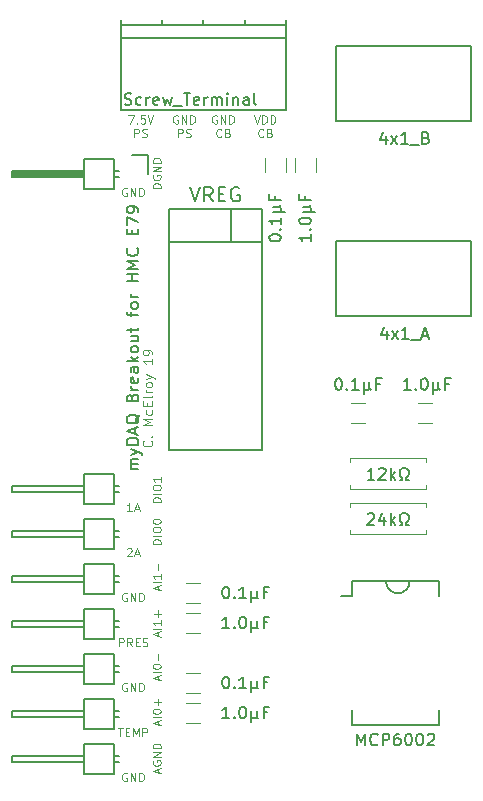
<source format=gbr>
G04 #@! TF.FileFunction,Legend,Top*
%FSLAX46Y46*%
G04 Gerber Fmt 4.6, Leading zero omitted, Abs format (unit mm)*
G04 Created by KiCad (PCBNEW 4.0.6) date Friday, June 02, 2017 'PMt' 04:09:18 PM*
%MOMM*%
%LPD*%
G01*
G04 APERTURE LIST*
%ADD10C,0.100000*%
%ADD11C,0.180000*%
%ADD12C,0.120000*%
%ADD13C,0.150000*%
G04 APERTURE END LIST*
D10*
X187610714Y-123615001D02*
X187648810Y-123653096D01*
X187686905Y-123767382D01*
X187686905Y-123843572D01*
X187648810Y-123957858D01*
X187572619Y-124034049D01*
X187496429Y-124072144D01*
X187344048Y-124110239D01*
X187229762Y-124110239D01*
X187077381Y-124072144D01*
X187001190Y-124034049D01*
X186925000Y-123957858D01*
X186886905Y-123843572D01*
X186886905Y-123767382D01*
X186925000Y-123653096D01*
X186963095Y-123615001D01*
X187610714Y-123272144D02*
X187648810Y-123234049D01*
X187686905Y-123272144D01*
X187648810Y-123310239D01*
X187610714Y-123272144D01*
X187686905Y-123272144D01*
X187686905Y-122281668D02*
X186886905Y-122281668D01*
X187458333Y-122015001D01*
X186886905Y-121748334D01*
X187686905Y-121748334D01*
X187648810Y-121024525D02*
X187686905Y-121100715D01*
X187686905Y-121253096D01*
X187648810Y-121329287D01*
X187610714Y-121367382D01*
X187534524Y-121405477D01*
X187305952Y-121405477D01*
X187229762Y-121367382D01*
X187191667Y-121329287D01*
X187153571Y-121253096D01*
X187153571Y-121100715D01*
X187191667Y-121024525D01*
X187267857Y-120681668D02*
X187267857Y-120415001D01*
X187686905Y-120300715D02*
X187686905Y-120681668D01*
X186886905Y-120681668D01*
X186886905Y-120300715D01*
X187686905Y-119843572D02*
X187648810Y-119919763D01*
X187572619Y-119957858D01*
X186886905Y-119957858D01*
X187686905Y-119538810D02*
X187153571Y-119538810D01*
X187305952Y-119538810D02*
X187229762Y-119500715D01*
X187191667Y-119462619D01*
X187153571Y-119386429D01*
X187153571Y-119310238D01*
X187686905Y-118929286D02*
X187648810Y-119005477D01*
X187610714Y-119043572D01*
X187534524Y-119081667D01*
X187305952Y-119081667D01*
X187229762Y-119043572D01*
X187191667Y-119005477D01*
X187153571Y-118929286D01*
X187153571Y-118815000D01*
X187191667Y-118738810D01*
X187229762Y-118700715D01*
X187305952Y-118662619D01*
X187534524Y-118662619D01*
X187610714Y-118700715D01*
X187648810Y-118738810D01*
X187686905Y-118815000D01*
X187686905Y-118929286D01*
X187153571Y-118395952D02*
X187686905Y-118205476D01*
X187153571Y-118015000D02*
X187686905Y-118205476D01*
X187877381Y-118281667D01*
X187915476Y-118319762D01*
X187953571Y-118395952D01*
X187686905Y-116681666D02*
X187686905Y-117138809D01*
X187686905Y-116910238D02*
X186886905Y-116910238D01*
X187001190Y-116986428D01*
X187077381Y-117062619D01*
X187115476Y-117138809D01*
X187686905Y-116300714D02*
X187686905Y-116148333D01*
X187648810Y-116072142D01*
X187610714Y-116034047D01*
X187496429Y-115957856D01*
X187344048Y-115919761D01*
X187039286Y-115919761D01*
X186963095Y-115957856D01*
X186925000Y-115995952D01*
X186886905Y-116072142D01*
X186886905Y-116224523D01*
X186925000Y-116300714D01*
X186963095Y-116338809D01*
X187039286Y-116376904D01*
X187229762Y-116376904D01*
X187305952Y-116338809D01*
X187344048Y-116300714D01*
X187382143Y-116224523D01*
X187382143Y-116072142D01*
X187344048Y-115995952D01*
X187305952Y-115957856D01*
X187229762Y-115919761D01*
D11*
X186507381Y-126054049D02*
X185840714Y-126054049D01*
X185935952Y-126054049D02*
X185888333Y-126006430D01*
X185840714Y-125911192D01*
X185840714Y-125768334D01*
X185888333Y-125673096D01*
X185983571Y-125625477D01*
X186507381Y-125625477D01*
X185983571Y-125625477D02*
X185888333Y-125577858D01*
X185840714Y-125482620D01*
X185840714Y-125339763D01*
X185888333Y-125244525D01*
X185983571Y-125196906D01*
X186507381Y-125196906D01*
X185840714Y-124815954D02*
X186507381Y-124577859D01*
X185840714Y-124339763D02*
X186507381Y-124577859D01*
X186745476Y-124673097D01*
X186793095Y-124720716D01*
X186840714Y-124815954D01*
X186507381Y-123958811D02*
X185507381Y-123958811D01*
X185507381Y-123720716D01*
X185555000Y-123577858D01*
X185650238Y-123482620D01*
X185745476Y-123435001D01*
X185935952Y-123387382D01*
X186078810Y-123387382D01*
X186269286Y-123435001D01*
X186364524Y-123482620D01*
X186459762Y-123577858D01*
X186507381Y-123720716D01*
X186507381Y-123958811D01*
X186221667Y-123006430D02*
X186221667Y-122530239D01*
X186507381Y-123101668D02*
X185507381Y-122768335D01*
X186507381Y-122435001D01*
X186602619Y-121435001D02*
X186555000Y-121530239D01*
X186459762Y-121625477D01*
X186316905Y-121768334D01*
X186269286Y-121863573D01*
X186269286Y-121958811D01*
X186507381Y-121911192D02*
X186459762Y-122006430D01*
X186364524Y-122101668D01*
X186174048Y-122149287D01*
X185840714Y-122149287D01*
X185650238Y-122101668D01*
X185555000Y-122006430D01*
X185507381Y-121911192D01*
X185507381Y-121720715D01*
X185555000Y-121625477D01*
X185650238Y-121530239D01*
X185840714Y-121482620D01*
X186174048Y-121482620D01*
X186364524Y-121530239D01*
X186459762Y-121625477D01*
X186507381Y-121720715D01*
X186507381Y-121911192D01*
X185983571Y-119958810D02*
X186031190Y-119815953D01*
X186078810Y-119768334D01*
X186174048Y-119720715D01*
X186316905Y-119720715D01*
X186412143Y-119768334D01*
X186459762Y-119815953D01*
X186507381Y-119911191D01*
X186507381Y-120292144D01*
X185507381Y-120292144D01*
X185507381Y-119958810D01*
X185555000Y-119863572D01*
X185602619Y-119815953D01*
X185697857Y-119768334D01*
X185793095Y-119768334D01*
X185888333Y-119815953D01*
X185935952Y-119863572D01*
X185983571Y-119958810D01*
X185983571Y-120292144D01*
X186507381Y-119292144D02*
X185840714Y-119292144D01*
X186031190Y-119292144D02*
X185935952Y-119244525D01*
X185888333Y-119196906D01*
X185840714Y-119101668D01*
X185840714Y-119006429D01*
X186459762Y-118292143D02*
X186507381Y-118387381D01*
X186507381Y-118577858D01*
X186459762Y-118673096D01*
X186364524Y-118720715D01*
X185983571Y-118720715D01*
X185888333Y-118673096D01*
X185840714Y-118577858D01*
X185840714Y-118387381D01*
X185888333Y-118292143D01*
X185983571Y-118244524D01*
X186078810Y-118244524D01*
X186174048Y-118720715D01*
X186507381Y-117387381D02*
X185983571Y-117387381D01*
X185888333Y-117435000D01*
X185840714Y-117530238D01*
X185840714Y-117720715D01*
X185888333Y-117815953D01*
X186459762Y-117387381D02*
X186507381Y-117482619D01*
X186507381Y-117720715D01*
X186459762Y-117815953D01*
X186364524Y-117863572D01*
X186269286Y-117863572D01*
X186174048Y-117815953D01*
X186126429Y-117720715D01*
X186126429Y-117482619D01*
X186078810Y-117387381D01*
X186507381Y-116911191D02*
X185507381Y-116911191D01*
X186126429Y-116815953D02*
X186507381Y-116530238D01*
X185840714Y-116530238D02*
X186221667Y-116911191D01*
X186507381Y-115958810D02*
X186459762Y-116054048D01*
X186412143Y-116101667D01*
X186316905Y-116149286D01*
X186031190Y-116149286D01*
X185935952Y-116101667D01*
X185888333Y-116054048D01*
X185840714Y-115958810D01*
X185840714Y-115815952D01*
X185888333Y-115720714D01*
X185935952Y-115673095D01*
X186031190Y-115625476D01*
X186316905Y-115625476D01*
X186412143Y-115673095D01*
X186459762Y-115720714D01*
X186507381Y-115815952D01*
X186507381Y-115958810D01*
X185840714Y-114768333D02*
X186507381Y-114768333D01*
X185840714Y-115196905D02*
X186364524Y-115196905D01*
X186459762Y-115149286D01*
X186507381Y-115054048D01*
X186507381Y-114911190D01*
X186459762Y-114815952D01*
X186412143Y-114768333D01*
X185840714Y-114435000D02*
X185840714Y-114054048D01*
X185507381Y-114292143D02*
X186364524Y-114292143D01*
X186459762Y-114244524D01*
X186507381Y-114149286D01*
X186507381Y-114054048D01*
X185840714Y-113101666D02*
X185840714Y-112720714D01*
X186507381Y-112958809D02*
X185650238Y-112958809D01*
X185555000Y-112911190D01*
X185507381Y-112815952D01*
X185507381Y-112720714D01*
X186507381Y-112244523D02*
X186459762Y-112339761D01*
X186412143Y-112387380D01*
X186316905Y-112434999D01*
X186031190Y-112434999D01*
X185935952Y-112387380D01*
X185888333Y-112339761D01*
X185840714Y-112244523D01*
X185840714Y-112101665D01*
X185888333Y-112006427D01*
X185935952Y-111958808D01*
X186031190Y-111911189D01*
X186316905Y-111911189D01*
X186412143Y-111958808D01*
X186459762Y-112006427D01*
X186507381Y-112101665D01*
X186507381Y-112244523D01*
X186507381Y-111482618D02*
X185840714Y-111482618D01*
X186031190Y-111482618D02*
X185935952Y-111434999D01*
X185888333Y-111387380D01*
X185840714Y-111292142D01*
X185840714Y-111196903D01*
X186507381Y-110101665D02*
X185507381Y-110101665D01*
X185983571Y-110101665D02*
X185983571Y-109530236D01*
X186507381Y-109530236D02*
X185507381Y-109530236D01*
X186507381Y-109054046D02*
X185507381Y-109054046D01*
X186221667Y-108720712D01*
X185507381Y-108387379D01*
X186507381Y-108387379D01*
X186412143Y-107339760D02*
X186459762Y-107387379D01*
X186507381Y-107530236D01*
X186507381Y-107625474D01*
X186459762Y-107768332D01*
X186364524Y-107863570D01*
X186269286Y-107911189D01*
X186078810Y-107958808D01*
X185935952Y-107958808D01*
X185745476Y-107911189D01*
X185650238Y-107863570D01*
X185555000Y-107768332D01*
X185507381Y-107625474D01*
X185507381Y-107530236D01*
X185555000Y-107387379D01*
X185602619Y-107339760D01*
X185983571Y-106149284D02*
X185983571Y-105815950D01*
X186507381Y-105673093D02*
X186507381Y-106149284D01*
X185507381Y-106149284D01*
X185507381Y-105673093D01*
X185507381Y-105339760D02*
X185507381Y-104673093D01*
X186507381Y-105101665D01*
X186507381Y-104244522D02*
X186507381Y-104054046D01*
X186459762Y-103958807D01*
X186412143Y-103911188D01*
X186269286Y-103815950D01*
X186078810Y-103768331D01*
X185697857Y-103768331D01*
X185602619Y-103815950D01*
X185555000Y-103863569D01*
X185507381Y-103958807D01*
X185507381Y-104149284D01*
X185555000Y-104244522D01*
X185602619Y-104292141D01*
X185697857Y-104339760D01*
X185935952Y-104339760D01*
X186031190Y-104292141D01*
X186078810Y-104244522D01*
X186126429Y-104149284D01*
X186126429Y-103958807D01*
X186078810Y-103863569D01*
X186031190Y-103815950D01*
X185935952Y-103768331D01*
D10*
X196297667Y-96069667D02*
X196531000Y-96769667D01*
X196764333Y-96069667D01*
X196997667Y-96769667D02*
X196997667Y-96069667D01*
X197164333Y-96069667D01*
X197264333Y-96103000D01*
X197331000Y-96169667D01*
X197364333Y-96236333D01*
X197397667Y-96369667D01*
X197397667Y-96469667D01*
X197364333Y-96603000D01*
X197331000Y-96669667D01*
X197264333Y-96736333D01*
X197164333Y-96769667D01*
X196997667Y-96769667D01*
X197697667Y-96769667D02*
X197697667Y-96069667D01*
X197864333Y-96069667D01*
X197964333Y-96103000D01*
X198031000Y-96169667D01*
X198064333Y-96236333D01*
X198097667Y-96369667D01*
X198097667Y-96469667D01*
X198064333Y-96603000D01*
X198031000Y-96669667D01*
X197964333Y-96736333D01*
X197864333Y-96769667D01*
X197697667Y-96769667D01*
X197097667Y-97853000D02*
X197064333Y-97886333D01*
X196964333Y-97919667D01*
X196897667Y-97919667D01*
X196797667Y-97886333D01*
X196731000Y-97819667D01*
X196697667Y-97753000D01*
X196664333Y-97619667D01*
X196664333Y-97519667D01*
X196697667Y-97386333D01*
X196731000Y-97319667D01*
X196797667Y-97253000D01*
X196897667Y-97219667D01*
X196964333Y-97219667D01*
X197064333Y-97253000D01*
X197097667Y-97286333D01*
X197631000Y-97553000D02*
X197731000Y-97586333D01*
X197764333Y-97619667D01*
X197797667Y-97686333D01*
X197797667Y-97786333D01*
X197764333Y-97853000D01*
X197731000Y-97886333D01*
X197664333Y-97919667D01*
X197397667Y-97919667D01*
X197397667Y-97219667D01*
X197631000Y-97219667D01*
X197697667Y-97253000D01*
X197731000Y-97286333D01*
X197764333Y-97353000D01*
X197764333Y-97419667D01*
X197731000Y-97486333D01*
X197697667Y-97519667D01*
X197631000Y-97553000D01*
X197397667Y-97553000D01*
X193141667Y-96103000D02*
X193075001Y-96069667D01*
X192975001Y-96069667D01*
X192875001Y-96103000D01*
X192808334Y-96169667D01*
X192775001Y-96236333D01*
X192741667Y-96369667D01*
X192741667Y-96469667D01*
X192775001Y-96603000D01*
X192808334Y-96669667D01*
X192875001Y-96736333D01*
X192975001Y-96769667D01*
X193041667Y-96769667D01*
X193141667Y-96736333D01*
X193175001Y-96703000D01*
X193175001Y-96469667D01*
X193041667Y-96469667D01*
X193475001Y-96769667D02*
X193475001Y-96069667D01*
X193875001Y-96769667D01*
X193875001Y-96069667D01*
X194208334Y-96769667D02*
X194208334Y-96069667D01*
X194375000Y-96069667D01*
X194475000Y-96103000D01*
X194541667Y-96169667D01*
X194575000Y-96236333D01*
X194608334Y-96369667D01*
X194608334Y-96469667D01*
X194575000Y-96603000D01*
X194541667Y-96669667D01*
X194475000Y-96736333D01*
X194375000Y-96769667D01*
X194208334Y-96769667D01*
X193541667Y-97853000D02*
X193508333Y-97886333D01*
X193408333Y-97919667D01*
X193341667Y-97919667D01*
X193241667Y-97886333D01*
X193175000Y-97819667D01*
X193141667Y-97753000D01*
X193108333Y-97619667D01*
X193108333Y-97519667D01*
X193141667Y-97386333D01*
X193175000Y-97319667D01*
X193241667Y-97253000D01*
X193341667Y-97219667D01*
X193408333Y-97219667D01*
X193508333Y-97253000D01*
X193541667Y-97286333D01*
X194075000Y-97553000D02*
X194175000Y-97586333D01*
X194208333Y-97619667D01*
X194241667Y-97686333D01*
X194241667Y-97786333D01*
X194208333Y-97853000D01*
X194175000Y-97886333D01*
X194108333Y-97919667D01*
X193841667Y-97919667D01*
X193841667Y-97219667D01*
X194075000Y-97219667D01*
X194141667Y-97253000D01*
X194175000Y-97286333D01*
X194208333Y-97353000D01*
X194208333Y-97419667D01*
X194175000Y-97486333D01*
X194141667Y-97519667D01*
X194075000Y-97553000D01*
X193841667Y-97553000D01*
X189839667Y-96103000D02*
X189773001Y-96069667D01*
X189673001Y-96069667D01*
X189573001Y-96103000D01*
X189506334Y-96169667D01*
X189473001Y-96236333D01*
X189439667Y-96369667D01*
X189439667Y-96469667D01*
X189473001Y-96603000D01*
X189506334Y-96669667D01*
X189573001Y-96736333D01*
X189673001Y-96769667D01*
X189739667Y-96769667D01*
X189839667Y-96736333D01*
X189873001Y-96703000D01*
X189873001Y-96469667D01*
X189739667Y-96469667D01*
X190173001Y-96769667D02*
X190173001Y-96069667D01*
X190573001Y-96769667D01*
X190573001Y-96069667D01*
X190906334Y-96769667D02*
X190906334Y-96069667D01*
X191073000Y-96069667D01*
X191173000Y-96103000D01*
X191239667Y-96169667D01*
X191273000Y-96236333D01*
X191306334Y-96369667D01*
X191306334Y-96469667D01*
X191273000Y-96603000D01*
X191239667Y-96669667D01*
X191173000Y-96736333D01*
X191073000Y-96769667D01*
X190906334Y-96769667D01*
X189856334Y-97919667D02*
X189856334Y-97219667D01*
X190123000Y-97219667D01*
X190189667Y-97253000D01*
X190223000Y-97286333D01*
X190256334Y-97353000D01*
X190256334Y-97453000D01*
X190223000Y-97519667D01*
X190189667Y-97553000D01*
X190123000Y-97586333D01*
X189856334Y-97586333D01*
X190523000Y-97886333D02*
X190623000Y-97919667D01*
X190789667Y-97919667D01*
X190856334Y-97886333D01*
X190889667Y-97853000D01*
X190923000Y-97786333D01*
X190923000Y-97719667D01*
X190889667Y-97653000D01*
X190856334Y-97619667D01*
X190789667Y-97586333D01*
X190656334Y-97553000D01*
X190589667Y-97519667D01*
X190556334Y-97486333D01*
X190523000Y-97419667D01*
X190523000Y-97353000D01*
X190556334Y-97286333D01*
X190589667Y-97253000D01*
X190656334Y-97219667D01*
X190823000Y-97219667D01*
X190923000Y-97253000D01*
X185656667Y-96069667D02*
X186123334Y-96069667D01*
X185823334Y-96769667D01*
X186390001Y-96703000D02*
X186423334Y-96736333D01*
X186390001Y-96769667D01*
X186356667Y-96736333D01*
X186390001Y-96703000D01*
X186390001Y-96769667D01*
X187056667Y-96069667D02*
X186723334Y-96069667D01*
X186690000Y-96403000D01*
X186723334Y-96369667D01*
X186790000Y-96336333D01*
X186956667Y-96336333D01*
X187023334Y-96369667D01*
X187056667Y-96403000D01*
X187090000Y-96469667D01*
X187090000Y-96636333D01*
X187056667Y-96703000D01*
X187023334Y-96736333D01*
X186956667Y-96769667D01*
X186790000Y-96769667D01*
X186723334Y-96736333D01*
X186690000Y-96703000D01*
X187290001Y-96069667D02*
X187523334Y-96769667D01*
X187756667Y-96069667D01*
X186173334Y-97919667D02*
X186173334Y-97219667D01*
X186440000Y-97219667D01*
X186506667Y-97253000D01*
X186540000Y-97286333D01*
X186573334Y-97353000D01*
X186573334Y-97453000D01*
X186540000Y-97519667D01*
X186506667Y-97553000D01*
X186440000Y-97586333D01*
X186173334Y-97586333D01*
X186840000Y-97886333D02*
X186940000Y-97919667D01*
X187106667Y-97919667D01*
X187173334Y-97886333D01*
X187206667Y-97853000D01*
X187240000Y-97786333D01*
X187240000Y-97719667D01*
X187206667Y-97653000D01*
X187173334Y-97619667D01*
X187106667Y-97586333D01*
X186973334Y-97553000D01*
X186906667Y-97519667D01*
X186873334Y-97486333D01*
X186840000Y-97419667D01*
X186840000Y-97353000D01*
X186873334Y-97286333D01*
X186906667Y-97253000D01*
X186973334Y-97219667D01*
X187140000Y-97219667D01*
X187240000Y-97253000D01*
X188403667Y-102214999D02*
X187703667Y-102214999D01*
X187703667Y-102048333D01*
X187737000Y-101948333D01*
X187803667Y-101881666D01*
X187870333Y-101848333D01*
X188003667Y-101814999D01*
X188103667Y-101814999D01*
X188237000Y-101848333D01*
X188303667Y-101881666D01*
X188370333Y-101948333D01*
X188403667Y-102048333D01*
X188403667Y-102214999D01*
X187737000Y-101148333D02*
X187703667Y-101214999D01*
X187703667Y-101314999D01*
X187737000Y-101414999D01*
X187803667Y-101481666D01*
X187870333Y-101514999D01*
X188003667Y-101548333D01*
X188103667Y-101548333D01*
X188237000Y-101514999D01*
X188303667Y-101481666D01*
X188370333Y-101414999D01*
X188403667Y-101314999D01*
X188403667Y-101248333D01*
X188370333Y-101148333D01*
X188337000Y-101114999D01*
X188103667Y-101114999D01*
X188103667Y-101248333D01*
X188403667Y-100814999D02*
X187703667Y-100814999D01*
X188403667Y-100414999D01*
X187703667Y-100414999D01*
X188403667Y-100081666D02*
X187703667Y-100081666D01*
X187703667Y-99915000D01*
X187737000Y-99815000D01*
X187803667Y-99748333D01*
X187870333Y-99715000D01*
X188003667Y-99681666D01*
X188103667Y-99681666D01*
X188237000Y-99715000D01*
X188303667Y-99748333D01*
X188370333Y-99815000D01*
X188403667Y-99915000D01*
X188403667Y-100081666D01*
X188403667Y-128811999D02*
X187703667Y-128811999D01*
X187703667Y-128645333D01*
X187737000Y-128545333D01*
X187803667Y-128478666D01*
X187870333Y-128445333D01*
X188003667Y-128411999D01*
X188103667Y-128411999D01*
X188237000Y-128445333D01*
X188303667Y-128478666D01*
X188370333Y-128545333D01*
X188403667Y-128645333D01*
X188403667Y-128811999D01*
X188403667Y-128111999D02*
X187703667Y-128111999D01*
X187703667Y-127645333D02*
X187703667Y-127512000D01*
X187737000Y-127445333D01*
X187803667Y-127378666D01*
X187937000Y-127345333D01*
X188170333Y-127345333D01*
X188303667Y-127378666D01*
X188370333Y-127445333D01*
X188403667Y-127512000D01*
X188403667Y-127645333D01*
X188370333Y-127712000D01*
X188303667Y-127778666D01*
X188170333Y-127812000D01*
X187937000Y-127812000D01*
X187803667Y-127778666D01*
X187737000Y-127712000D01*
X187703667Y-127645333D01*
X188403667Y-126678667D02*
X188403667Y-127078667D01*
X188403667Y-126878667D02*
X187703667Y-126878667D01*
X187803667Y-126945333D01*
X187870333Y-127012000D01*
X187903667Y-127078667D01*
X188403667Y-132367999D02*
X187703667Y-132367999D01*
X187703667Y-132201333D01*
X187737000Y-132101333D01*
X187803667Y-132034666D01*
X187870333Y-132001333D01*
X188003667Y-131967999D01*
X188103667Y-131967999D01*
X188237000Y-132001333D01*
X188303667Y-132034666D01*
X188370333Y-132101333D01*
X188403667Y-132201333D01*
X188403667Y-132367999D01*
X188403667Y-131667999D02*
X187703667Y-131667999D01*
X187703667Y-131201333D02*
X187703667Y-131068000D01*
X187737000Y-131001333D01*
X187803667Y-130934666D01*
X187937000Y-130901333D01*
X188170333Y-130901333D01*
X188303667Y-130934666D01*
X188370333Y-131001333D01*
X188403667Y-131068000D01*
X188403667Y-131201333D01*
X188370333Y-131268000D01*
X188303667Y-131334666D01*
X188170333Y-131368000D01*
X187937000Y-131368000D01*
X187803667Y-131334666D01*
X187737000Y-131268000D01*
X187703667Y-131201333D01*
X187703667Y-130468000D02*
X187703667Y-130401333D01*
X187737000Y-130334667D01*
X187770333Y-130301333D01*
X187837000Y-130268000D01*
X187970333Y-130234667D01*
X188137000Y-130234667D01*
X188270333Y-130268000D01*
X188337000Y-130301333D01*
X188370333Y-130334667D01*
X188403667Y-130401333D01*
X188403667Y-130468000D01*
X188370333Y-130534667D01*
X188337000Y-130568000D01*
X188270333Y-130601333D01*
X188137000Y-130634667D01*
X187970333Y-130634667D01*
X187837000Y-130601333D01*
X187770333Y-130568000D01*
X187737000Y-130534667D01*
X187703667Y-130468000D01*
X188203667Y-136228000D02*
X188203667Y-135894666D01*
X188403667Y-136294666D02*
X187703667Y-136061333D01*
X188403667Y-135828000D01*
X188403667Y-135594666D02*
X187703667Y-135594666D01*
X188403667Y-134894667D02*
X188403667Y-135294667D01*
X188403667Y-135094667D02*
X187703667Y-135094667D01*
X187803667Y-135161333D01*
X187870333Y-135228000D01*
X187903667Y-135294667D01*
X188137000Y-134594666D02*
X188137000Y-134061333D01*
X188203667Y-140165000D02*
X188203667Y-139831666D01*
X188403667Y-140231666D02*
X187703667Y-139998333D01*
X188403667Y-139765000D01*
X188403667Y-139531666D02*
X187703667Y-139531666D01*
X188403667Y-138831667D02*
X188403667Y-139231667D01*
X188403667Y-139031667D02*
X187703667Y-139031667D01*
X187803667Y-139098333D01*
X187870333Y-139165000D01*
X187903667Y-139231667D01*
X188137000Y-138531666D02*
X188137000Y-137998333D01*
X188403667Y-138265000D02*
X187870333Y-138265000D01*
X188203667Y-143848000D02*
X188203667Y-143514666D01*
X188403667Y-143914666D02*
X187703667Y-143681333D01*
X188403667Y-143448000D01*
X188403667Y-143214666D02*
X187703667Y-143214666D01*
X187703667Y-142748000D02*
X187703667Y-142681333D01*
X187737000Y-142614667D01*
X187770333Y-142581333D01*
X187837000Y-142548000D01*
X187970333Y-142514667D01*
X188137000Y-142514667D01*
X188270333Y-142548000D01*
X188337000Y-142581333D01*
X188370333Y-142614667D01*
X188403667Y-142681333D01*
X188403667Y-142748000D01*
X188370333Y-142814667D01*
X188337000Y-142848000D01*
X188270333Y-142881333D01*
X188137000Y-142914667D01*
X187970333Y-142914667D01*
X187837000Y-142881333D01*
X187770333Y-142848000D01*
X187737000Y-142814667D01*
X187703667Y-142748000D01*
X188137000Y-142214666D02*
X188137000Y-141681333D01*
X188203667Y-147658000D02*
X188203667Y-147324666D01*
X188403667Y-147724666D02*
X187703667Y-147491333D01*
X188403667Y-147258000D01*
X188403667Y-147024666D02*
X187703667Y-147024666D01*
X187703667Y-146558000D02*
X187703667Y-146491333D01*
X187737000Y-146424667D01*
X187770333Y-146391333D01*
X187837000Y-146358000D01*
X187970333Y-146324667D01*
X188137000Y-146324667D01*
X188270333Y-146358000D01*
X188337000Y-146391333D01*
X188370333Y-146424667D01*
X188403667Y-146491333D01*
X188403667Y-146558000D01*
X188370333Y-146624667D01*
X188337000Y-146658000D01*
X188270333Y-146691333D01*
X188137000Y-146724667D01*
X187970333Y-146724667D01*
X187837000Y-146691333D01*
X187770333Y-146658000D01*
X187737000Y-146624667D01*
X187703667Y-146558000D01*
X188137000Y-146024666D02*
X188137000Y-145491333D01*
X188403667Y-145758000D02*
X187870333Y-145758000D01*
X188203667Y-151728333D02*
X188203667Y-151394999D01*
X188403667Y-151794999D02*
X187703667Y-151561666D01*
X188403667Y-151328333D01*
X187737000Y-150728333D02*
X187703667Y-150794999D01*
X187703667Y-150894999D01*
X187737000Y-150994999D01*
X187803667Y-151061666D01*
X187870333Y-151094999D01*
X188003667Y-151128333D01*
X188103667Y-151128333D01*
X188237000Y-151094999D01*
X188303667Y-151061666D01*
X188370333Y-150994999D01*
X188403667Y-150894999D01*
X188403667Y-150828333D01*
X188370333Y-150728333D01*
X188337000Y-150694999D01*
X188103667Y-150694999D01*
X188103667Y-150828333D01*
X188403667Y-150394999D02*
X187703667Y-150394999D01*
X188403667Y-149994999D01*
X187703667Y-149994999D01*
X188403667Y-149661666D02*
X187703667Y-149661666D01*
X187703667Y-149495000D01*
X187737000Y-149395000D01*
X187803667Y-149328333D01*
X187870333Y-149295000D01*
X188003667Y-149261666D01*
X188103667Y-149261666D01*
X188237000Y-149295000D01*
X188303667Y-149328333D01*
X188370333Y-149395000D01*
X188403667Y-149495000D01*
X188403667Y-149661666D01*
X185955000Y-129602667D02*
X185555000Y-129602667D01*
X185755000Y-129602667D02*
X185755000Y-128902667D01*
X185688334Y-129002667D01*
X185621667Y-129069333D01*
X185555000Y-129102667D01*
X186221667Y-129402667D02*
X186555001Y-129402667D01*
X186155001Y-129602667D02*
X186388334Y-128902667D01*
X186621667Y-129602667D01*
X185555000Y-132779333D02*
X185588334Y-132746000D01*
X185655000Y-132712667D01*
X185821667Y-132712667D01*
X185888334Y-132746000D01*
X185921667Y-132779333D01*
X185955000Y-132846000D01*
X185955000Y-132912667D01*
X185921667Y-133012667D01*
X185521667Y-133412667D01*
X185955000Y-133412667D01*
X186221667Y-133212667D02*
X186555001Y-133212667D01*
X186155001Y-133412667D02*
X186388334Y-132712667D01*
X186621667Y-133412667D01*
X185521667Y-102266000D02*
X185455001Y-102232667D01*
X185355001Y-102232667D01*
X185255001Y-102266000D01*
X185188334Y-102332667D01*
X185155001Y-102399333D01*
X185121667Y-102532667D01*
X185121667Y-102632667D01*
X185155001Y-102766000D01*
X185188334Y-102832667D01*
X185255001Y-102899333D01*
X185355001Y-102932667D01*
X185421667Y-102932667D01*
X185521667Y-102899333D01*
X185555001Y-102866000D01*
X185555001Y-102632667D01*
X185421667Y-102632667D01*
X185855001Y-102932667D02*
X185855001Y-102232667D01*
X186255001Y-102932667D01*
X186255001Y-102232667D01*
X186588334Y-102932667D02*
X186588334Y-102232667D01*
X186755000Y-102232667D01*
X186855000Y-102266000D01*
X186921667Y-102332667D01*
X186955000Y-102399333D01*
X186988334Y-102532667D01*
X186988334Y-102632667D01*
X186955000Y-102766000D01*
X186921667Y-102832667D01*
X186855000Y-102899333D01*
X186755000Y-102932667D01*
X186588334Y-102932667D01*
X185521667Y-136556000D02*
X185455001Y-136522667D01*
X185355001Y-136522667D01*
X185255001Y-136556000D01*
X185188334Y-136622667D01*
X185155001Y-136689333D01*
X185121667Y-136822667D01*
X185121667Y-136922667D01*
X185155001Y-137056000D01*
X185188334Y-137122667D01*
X185255001Y-137189333D01*
X185355001Y-137222667D01*
X185421667Y-137222667D01*
X185521667Y-137189333D01*
X185555001Y-137156000D01*
X185555001Y-136922667D01*
X185421667Y-136922667D01*
X185855001Y-137222667D02*
X185855001Y-136522667D01*
X186255001Y-137222667D01*
X186255001Y-136522667D01*
X186588334Y-137222667D02*
X186588334Y-136522667D01*
X186755000Y-136522667D01*
X186855000Y-136556000D01*
X186921667Y-136622667D01*
X186955000Y-136689333D01*
X186988334Y-136822667D01*
X186988334Y-136922667D01*
X186955000Y-137056000D01*
X186921667Y-137122667D01*
X186855000Y-137189333D01*
X186755000Y-137222667D01*
X186588334Y-137222667D01*
X185521667Y-144176000D02*
X185455001Y-144142667D01*
X185355001Y-144142667D01*
X185255001Y-144176000D01*
X185188334Y-144242667D01*
X185155001Y-144309333D01*
X185121667Y-144442667D01*
X185121667Y-144542667D01*
X185155001Y-144676000D01*
X185188334Y-144742667D01*
X185255001Y-144809333D01*
X185355001Y-144842667D01*
X185421667Y-144842667D01*
X185521667Y-144809333D01*
X185555001Y-144776000D01*
X185555001Y-144542667D01*
X185421667Y-144542667D01*
X185855001Y-144842667D02*
X185855001Y-144142667D01*
X186255001Y-144842667D01*
X186255001Y-144142667D01*
X186588334Y-144842667D02*
X186588334Y-144142667D01*
X186755000Y-144142667D01*
X186855000Y-144176000D01*
X186921667Y-144242667D01*
X186955000Y-144309333D01*
X186988334Y-144442667D01*
X186988334Y-144542667D01*
X186955000Y-144676000D01*
X186921667Y-144742667D01*
X186855000Y-144809333D01*
X186755000Y-144842667D01*
X186588334Y-144842667D01*
X184871667Y-141032667D02*
X184871667Y-140332667D01*
X185138333Y-140332667D01*
X185205000Y-140366000D01*
X185238333Y-140399333D01*
X185271667Y-140466000D01*
X185271667Y-140566000D01*
X185238333Y-140632667D01*
X185205000Y-140666000D01*
X185138333Y-140699333D01*
X184871667Y-140699333D01*
X185971667Y-141032667D02*
X185738333Y-140699333D01*
X185571667Y-141032667D02*
X185571667Y-140332667D01*
X185838333Y-140332667D01*
X185905000Y-140366000D01*
X185938333Y-140399333D01*
X185971667Y-140466000D01*
X185971667Y-140566000D01*
X185938333Y-140632667D01*
X185905000Y-140666000D01*
X185838333Y-140699333D01*
X185571667Y-140699333D01*
X186271667Y-140666000D02*
X186505000Y-140666000D01*
X186605000Y-141032667D02*
X186271667Y-141032667D01*
X186271667Y-140332667D01*
X186605000Y-140332667D01*
X186871666Y-140999333D02*
X186971666Y-141032667D01*
X187138333Y-141032667D01*
X187205000Y-140999333D01*
X187238333Y-140966000D01*
X187271666Y-140899333D01*
X187271666Y-140832667D01*
X187238333Y-140766000D01*
X187205000Y-140732667D01*
X187138333Y-140699333D01*
X187005000Y-140666000D01*
X186938333Y-140632667D01*
X186905000Y-140599333D01*
X186871666Y-140532667D01*
X186871666Y-140466000D01*
X186905000Y-140399333D01*
X186938333Y-140366000D01*
X187005000Y-140332667D01*
X187171666Y-140332667D01*
X187271666Y-140366000D01*
X184788334Y-147952667D02*
X185188334Y-147952667D01*
X184988334Y-148652667D02*
X184988334Y-147952667D01*
X185421667Y-148286000D02*
X185655000Y-148286000D01*
X185755000Y-148652667D02*
X185421667Y-148652667D01*
X185421667Y-147952667D01*
X185755000Y-147952667D01*
X186055000Y-148652667D02*
X186055000Y-147952667D01*
X186288333Y-148452667D01*
X186521666Y-147952667D01*
X186521666Y-148652667D01*
X186855000Y-148652667D02*
X186855000Y-147952667D01*
X187121666Y-147952667D01*
X187188333Y-147986000D01*
X187221666Y-148019333D01*
X187255000Y-148086000D01*
X187255000Y-148186000D01*
X187221666Y-148252667D01*
X187188333Y-148286000D01*
X187121666Y-148319333D01*
X186855000Y-148319333D01*
X185521667Y-151796000D02*
X185455001Y-151762667D01*
X185355001Y-151762667D01*
X185255001Y-151796000D01*
X185188334Y-151862667D01*
X185155001Y-151929333D01*
X185121667Y-152062667D01*
X185121667Y-152162667D01*
X185155001Y-152296000D01*
X185188334Y-152362667D01*
X185255001Y-152429333D01*
X185355001Y-152462667D01*
X185421667Y-152462667D01*
X185521667Y-152429333D01*
X185555001Y-152396000D01*
X185555001Y-152162667D01*
X185421667Y-152162667D01*
X185855001Y-152462667D02*
X185855001Y-151762667D01*
X186255001Y-152462667D01*
X186255001Y-151762667D01*
X186588334Y-152462667D02*
X186588334Y-151762667D01*
X186755000Y-151762667D01*
X186855000Y-151796000D01*
X186921667Y-151862667D01*
X186955000Y-151929333D01*
X186988334Y-152062667D01*
X186988334Y-152162667D01*
X186955000Y-152296000D01*
X186921667Y-152362667D01*
X186855000Y-152429333D01*
X186755000Y-152462667D01*
X186588334Y-152462667D01*
D12*
X210213000Y-120424000D02*
X211387000Y-120424000D01*
X210213000Y-122146000D02*
X211387000Y-122146000D01*
X205712000Y-122146000D02*
X204538000Y-122146000D01*
X205712000Y-120424000D02*
X204538000Y-120424000D01*
X201521000Y-99723000D02*
X201521000Y-100897000D01*
X199799000Y-99723000D02*
X199799000Y-100897000D01*
X198981000Y-99723000D02*
X198981000Y-100897000D01*
X197259000Y-99723000D02*
X197259000Y-100897000D01*
X190528000Y-135664000D02*
X191702000Y-135664000D01*
X190528000Y-137386000D02*
X191702000Y-137386000D01*
X190528000Y-138204000D02*
X191702000Y-138204000D01*
X190528000Y-139926000D02*
X191702000Y-139926000D01*
X190528000Y-143284000D02*
X191702000Y-143284000D01*
X190528000Y-145006000D02*
X191702000Y-145006000D01*
X190528000Y-145824000D02*
X191702000Y-145824000D01*
X190528000Y-147546000D02*
X191702000Y-147546000D01*
D13*
X184476000Y-151800000D02*
X181936000Y-151800000D01*
X184476000Y-149260000D02*
X181936000Y-149260000D01*
X181936000Y-151800000D02*
X181936000Y-149260000D01*
X175840000Y-150784000D02*
X181936000Y-150784000D01*
X175840000Y-150276000D02*
X175840000Y-150784000D01*
X181936000Y-150276000D02*
X175840000Y-150276000D01*
X184476000Y-151800000D02*
X181936000Y-151800000D01*
X184476000Y-149260000D02*
X184476000Y-151800000D01*
X184476000Y-149260000D02*
X181936000Y-149260000D01*
X184476000Y-150784000D02*
X184857000Y-150784000D01*
X184476000Y-150276000D02*
X184857000Y-150276000D01*
X184476000Y-128940000D02*
X181936000Y-128940000D01*
X184476000Y-126400000D02*
X181936000Y-126400000D01*
X181936000Y-128940000D02*
X181936000Y-126400000D01*
X175840000Y-127924000D02*
X181936000Y-127924000D01*
X175840000Y-127416000D02*
X175840000Y-127924000D01*
X181936000Y-127416000D02*
X175840000Y-127416000D01*
X184476000Y-128940000D02*
X181936000Y-128940000D01*
X184476000Y-126400000D02*
X184476000Y-128940000D01*
X184476000Y-126400000D02*
X181936000Y-126400000D01*
X184476000Y-127924000D02*
X184857000Y-127924000D01*
X184476000Y-127416000D02*
X184857000Y-127416000D01*
X184476000Y-131226000D02*
X184857000Y-131226000D01*
X184476000Y-131734000D02*
X184857000Y-131734000D01*
X184476000Y-130210000D02*
X181936000Y-130210000D01*
X184476000Y-130210000D02*
X184476000Y-132750000D01*
X184476000Y-132750000D02*
X181936000Y-132750000D01*
X181936000Y-131226000D02*
X175840000Y-131226000D01*
X175840000Y-131226000D02*
X175840000Y-131734000D01*
X175840000Y-131734000D02*
X181936000Y-131734000D01*
X181936000Y-132750000D02*
X181936000Y-130210000D01*
X184476000Y-130210000D02*
X181936000Y-130210000D01*
X184476000Y-132750000D02*
X181936000Y-132750000D01*
X184476000Y-136560000D02*
X181936000Y-136560000D01*
X184476000Y-134020000D02*
X181936000Y-134020000D01*
X181936000Y-136560000D02*
X181936000Y-134020000D01*
X175840000Y-135544000D02*
X181936000Y-135544000D01*
X175840000Y-135036000D02*
X175840000Y-135544000D01*
X181936000Y-135036000D02*
X175840000Y-135036000D01*
X184476000Y-136560000D02*
X181936000Y-136560000D01*
X184476000Y-134020000D02*
X184476000Y-136560000D01*
X184476000Y-134020000D02*
X181936000Y-134020000D01*
X184476000Y-135544000D02*
X184857000Y-135544000D01*
X184476000Y-135036000D02*
X184857000Y-135036000D01*
X184476000Y-138846000D02*
X184857000Y-138846000D01*
X184476000Y-139354000D02*
X184857000Y-139354000D01*
X184476000Y-137830000D02*
X181936000Y-137830000D01*
X184476000Y-137830000D02*
X184476000Y-140370000D01*
X184476000Y-140370000D02*
X181936000Y-140370000D01*
X181936000Y-138846000D02*
X175840000Y-138846000D01*
X175840000Y-138846000D02*
X175840000Y-139354000D01*
X175840000Y-139354000D02*
X181936000Y-139354000D01*
X181936000Y-140370000D02*
X181936000Y-137830000D01*
X184476000Y-137830000D02*
X181936000Y-137830000D01*
X184476000Y-140370000D02*
X181936000Y-140370000D01*
X184476000Y-144180000D02*
X181936000Y-144180000D01*
X184476000Y-141640000D02*
X181936000Y-141640000D01*
X181936000Y-144180000D02*
X181936000Y-141640000D01*
X175840000Y-143164000D02*
X181936000Y-143164000D01*
X175840000Y-142656000D02*
X175840000Y-143164000D01*
X181936000Y-142656000D02*
X175840000Y-142656000D01*
X184476000Y-144180000D02*
X181936000Y-144180000D01*
X184476000Y-141640000D02*
X184476000Y-144180000D01*
X184476000Y-141640000D02*
X181936000Y-141640000D01*
X184476000Y-143164000D02*
X184857000Y-143164000D01*
X184476000Y-142656000D02*
X184857000Y-142656000D01*
X184476000Y-146466000D02*
X184857000Y-146466000D01*
X184476000Y-146974000D02*
X184857000Y-146974000D01*
X184476000Y-145450000D02*
X181936000Y-145450000D01*
X184476000Y-145450000D02*
X184476000Y-147990000D01*
X184476000Y-147990000D02*
X181936000Y-147990000D01*
X181936000Y-146466000D02*
X175840000Y-146466000D01*
X175840000Y-146466000D02*
X175840000Y-146974000D01*
X175840000Y-146974000D02*
X181936000Y-146974000D01*
X181936000Y-147990000D02*
X181936000Y-145450000D01*
X184476000Y-145450000D02*
X181936000Y-145450000D01*
X184476000Y-147990000D02*
X181936000Y-147990000D01*
X184476000Y-102270000D02*
X181936000Y-102270000D01*
X187300000Y-99450000D02*
X187300000Y-101000000D01*
X186000000Y-99450000D02*
X187300000Y-99450000D01*
X181809000Y-100873000D02*
X175967000Y-100873000D01*
X175967000Y-100873000D02*
X175967000Y-101127000D01*
X175967000Y-101127000D02*
X181809000Y-101127000D01*
X181809000Y-101127000D02*
X181809000Y-101000000D01*
X181809000Y-101000000D02*
X175967000Y-101000000D01*
X184476000Y-100746000D02*
X184857000Y-100746000D01*
X184476000Y-101254000D02*
X184857000Y-101254000D01*
X184476000Y-99730000D02*
X181936000Y-99730000D01*
X181936000Y-102270000D02*
X181936000Y-99730000D01*
X175840000Y-101254000D02*
X181936000Y-101254000D01*
X175840000Y-100746000D02*
X175840000Y-101254000D01*
X181936000Y-100746000D02*
X175840000Y-100746000D01*
X184476000Y-99730000D02*
X184476000Y-102270000D01*
D12*
X210855000Y-127345000D02*
X210855000Y-127675000D01*
X210855000Y-127675000D02*
X204435000Y-127675000D01*
X204435000Y-127675000D02*
X204435000Y-127345000D01*
X210855000Y-125385000D02*
X210855000Y-125055000D01*
X210855000Y-125055000D02*
X204435000Y-125055000D01*
X204435000Y-125055000D02*
X204435000Y-125385000D01*
X210855000Y-131155000D02*
X210855000Y-131485000D01*
X210855000Y-131485000D02*
X204435000Y-131485000D01*
X204435000Y-131485000D02*
X204435000Y-131155000D01*
X210855000Y-129195000D02*
X210855000Y-128865000D01*
X210855000Y-128865000D02*
X204435000Y-128865000D01*
X204435000Y-128865000D02*
X204435000Y-129195000D01*
D13*
X189100000Y-106810000D02*
X196980000Y-106810000D01*
X196980000Y-124410000D02*
X189100000Y-124410000D01*
X189100000Y-124410000D02*
X189100000Y-104010000D01*
X189100000Y-104010000D02*
X196980000Y-104010000D01*
X196980000Y-104010000D02*
X196980000Y-124410000D01*
X194310000Y-106810000D02*
X194310000Y-104010000D01*
X195500000Y-88400000D02*
X195500000Y-88000000D01*
X192000000Y-88400000D02*
X192000000Y-88000000D01*
X188500000Y-88400000D02*
X188500000Y-88000000D01*
X199000000Y-89500000D02*
X185000000Y-89500000D01*
X199000000Y-88400000D02*
X185000000Y-88400000D01*
X199000000Y-95600000D02*
X199000000Y-88000000D01*
X185000000Y-88000000D02*
X185000000Y-95600000D01*
X185000000Y-95600000D02*
X199000000Y-95600000D01*
X208470000Y-136541000D02*
G75*
G03X209470000Y-135541000I0J1000000D01*
G01*
X207470000Y-135541000D02*
G75*
G03X208470000Y-136541000I1000000J0D01*
G01*
X204605000Y-135500000D02*
X204605000Y-136770000D01*
X211955000Y-135500000D02*
X211955000Y-136770000D01*
X211955000Y-147710000D02*
X211955000Y-146440000D01*
X204605000Y-147710000D02*
X204605000Y-146440000D01*
X204605000Y-135500000D02*
X211955000Y-135500000D01*
X204605000Y-147710000D02*
X211955000Y-147710000D01*
X204605000Y-136770000D02*
X203670000Y-136770000D01*
X203200000Y-106680000D02*
X214630000Y-106680000D01*
X203200000Y-113030000D02*
X203200000Y-106680000D01*
X214630000Y-113030000D02*
X203200000Y-113030000D01*
X214630000Y-106680000D02*
X214630000Y-113030000D01*
X203200000Y-90170000D02*
X214630000Y-90170000D01*
X203200000Y-96520000D02*
X203200000Y-90170000D01*
X214630000Y-96520000D02*
X203200000Y-96520000D01*
X214630000Y-90170000D02*
X214630000Y-96520000D01*
X209566048Y-119324381D02*
X208994619Y-119324381D01*
X209280333Y-119324381D02*
X209280333Y-118324381D01*
X209185095Y-118467238D01*
X209089857Y-118562476D01*
X208994619Y-118610095D01*
X209994619Y-119229143D02*
X210042238Y-119276762D01*
X209994619Y-119324381D01*
X209947000Y-119276762D01*
X209994619Y-119229143D01*
X209994619Y-119324381D01*
X210661285Y-118324381D02*
X210756524Y-118324381D01*
X210851762Y-118372000D01*
X210899381Y-118419619D01*
X210947000Y-118514857D01*
X210994619Y-118705333D01*
X210994619Y-118943429D01*
X210947000Y-119133905D01*
X210899381Y-119229143D01*
X210851762Y-119276762D01*
X210756524Y-119324381D01*
X210661285Y-119324381D01*
X210566047Y-119276762D01*
X210518428Y-119229143D01*
X210470809Y-119133905D01*
X210423190Y-118943429D01*
X210423190Y-118705333D01*
X210470809Y-118514857D01*
X210518428Y-118419619D01*
X210566047Y-118372000D01*
X210661285Y-118324381D01*
X211423190Y-118657714D02*
X211423190Y-119657714D01*
X211899381Y-119181524D02*
X211947000Y-119276762D01*
X212042238Y-119324381D01*
X211423190Y-119181524D02*
X211470809Y-119276762D01*
X211566047Y-119324381D01*
X211756524Y-119324381D01*
X211851762Y-119276762D01*
X211899381Y-119181524D01*
X211899381Y-118657714D01*
X212804143Y-118800571D02*
X212470809Y-118800571D01*
X212470809Y-119324381D02*
X212470809Y-118324381D01*
X212947000Y-118324381D01*
X203390714Y-118324381D02*
X203485953Y-118324381D01*
X203581191Y-118372000D01*
X203628810Y-118419619D01*
X203676429Y-118514857D01*
X203724048Y-118705333D01*
X203724048Y-118943429D01*
X203676429Y-119133905D01*
X203628810Y-119229143D01*
X203581191Y-119276762D01*
X203485953Y-119324381D01*
X203390714Y-119324381D01*
X203295476Y-119276762D01*
X203247857Y-119229143D01*
X203200238Y-119133905D01*
X203152619Y-118943429D01*
X203152619Y-118705333D01*
X203200238Y-118514857D01*
X203247857Y-118419619D01*
X203295476Y-118372000D01*
X203390714Y-118324381D01*
X204152619Y-119229143D02*
X204200238Y-119276762D01*
X204152619Y-119324381D01*
X204105000Y-119276762D01*
X204152619Y-119229143D01*
X204152619Y-119324381D01*
X205152619Y-119324381D02*
X204581190Y-119324381D01*
X204866904Y-119324381D02*
X204866904Y-118324381D01*
X204771666Y-118467238D01*
X204676428Y-118562476D01*
X204581190Y-118610095D01*
X205581190Y-118657714D02*
X205581190Y-119657714D01*
X206057381Y-119181524D02*
X206105000Y-119276762D01*
X206200238Y-119324381D01*
X205581190Y-119181524D02*
X205628809Y-119276762D01*
X205724047Y-119324381D01*
X205914524Y-119324381D01*
X206009762Y-119276762D01*
X206057381Y-119181524D01*
X206057381Y-118657714D01*
X206962143Y-118800571D02*
X206628809Y-118800571D01*
X206628809Y-119324381D02*
X206628809Y-118324381D01*
X207105000Y-118324381D01*
X201112381Y-106155952D02*
X201112381Y-106727381D01*
X201112381Y-106441667D02*
X200112381Y-106441667D01*
X200255238Y-106536905D01*
X200350476Y-106632143D01*
X200398095Y-106727381D01*
X201017143Y-105727381D02*
X201064762Y-105679762D01*
X201112381Y-105727381D01*
X201064762Y-105775000D01*
X201017143Y-105727381D01*
X201112381Y-105727381D01*
X200112381Y-105060715D02*
X200112381Y-104965476D01*
X200160000Y-104870238D01*
X200207619Y-104822619D01*
X200302857Y-104775000D01*
X200493333Y-104727381D01*
X200731429Y-104727381D01*
X200921905Y-104775000D01*
X201017143Y-104822619D01*
X201064762Y-104870238D01*
X201112381Y-104965476D01*
X201112381Y-105060715D01*
X201064762Y-105155953D01*
X201017143Y-105203572D01*
X200921905Y-105251191D01*
X200731429Y-105298810D01*
X200493333Y-105298810D01*
X200302857Y-105251191D01*
X200207619Y-105203572D01*
X200160000Y-105155953D01*
X200112381Y-105060715D01*
X200445714Y-104298810D02*
X201445714Y-104298810D01*
X200969524Y-103822619D02*
X201064762Y-103775000D01*
X201112381Y-103679762D01*
X200969524Y-104298810D02*
X201064762Y-104251191D01*
X201112381Y-104155953D01*
X201112381Y-103965476D01*
X201064762Y-103870238D01*
X200969524Y-103822619D01*
X200445714Y-103822619D01*
X200588571Y-102917857D02*
X200588571Y-103251191D01*
X201112381Y-103251191D02*
X200112381Y-103251191D01*
X200112381Y-102775000D01*
X197572381Y-106489286D02*
X197572381Y-106394047D01*
X197620000Y-106298809D01*
X197667619Y-106251190D01*
X197762857Y-106203571D01*
X197953333Y-106155952D01*
X198191429Y-106155952D01*
X198381905Y-106203571D01*
X198477143Y-106251190D01*
X198524762Y-106298809D01*
X198572381Y-106394047D01*
X198572381Y-106489286D01*
X198524762Y-106584524D01*
X198477143Y-106632143D01*
X198381905Y-106679762D01*
X198191429Y-106727381D01*
X197953333Y-106727381D01*
X197762857Y-106679762D01*
X197667619Y-106632143D01*
X197620000Y-106584524D01*
X197572381Y-106489286D01*
X198477143Y-105727381D02*
X198524762Y-105679762D01*
X198572381Y-105727381D01*
X198524762Y-105775000D01*
X198477143Y-105727381D01*
X198572381Y-105727381D01*
X198572381Y-104727381D02*
X198572381Y-105298810D01*
X198572381Y-105013096D02*
X197572381Y-105013096D01*
X197715238Y-105108334D01*
X197810476Y-105203572D01*
X197858095Y-105298810D01*
X197905714Y-104298810D02*
X198905714Y-104298810D01*
X198429524Y-103822619D02*
X198524762Y-103775000D01*
X198572381Y-103679762D01*
X198429524Y-104298810D02*
X198524762Y-104251191D01*
X198572381Y-104155953D01*
X198572381Y-103965476D01*
X198524762Y-103870238D01*
X198429524Y-103822619D01*
X197905714Y-103822619D01*
X198048571Y-102917857D02*
X198048571Y-103251191D01*
X198572381Y-103251191D02*
X197572381Y-103251191D01*
X197572381Y-102775000D01*
X193865714Y-135977381D02*
X193960953Y-135977381D01*
X194056191Y-136025000D01*
X194103810Y-136072619D01*
X194151429Y-136167857D01*
X194199048Y-136358333D01*
X194199048Y-136596429D01*
X194151429Y-136786905D01*
X194103810Y-136882143D01*
X194056191Y-136929762D01*
X193960953Y-136977381D01*
X193865714Y-136977381D01*
X193770476Y-136929762D01*
X193722857Y-136882143D01*
X193675238Y-136786905D01*
X193627619Y-136596429D01*
X193627619Y-136358333D01*
X193675238Y-136167857D01*
X193722857Y-136072619D01*
X193770476Y-136025000D01*
X193865714Y-135977381D01*
X194627619Y-136882143D02*
X194675238Y-136929762D01*
X194627619Y-136977381D01*
X194580000Y-136929762D01*
X194627619Y-136882143D01*
X194627619Y-136977381D01*
X195627619Y-136977381D02*
X195056190Y-136977381D01*
X195341904Y-136977381D02*
X195341904Y-135977381D01*
X195246666Y-136120238D01*
X195151428Y-136215476D01*
X195056190Y-136263095D01*
X196056190Y-136310714D02*
X196056190Y-137310714D01*
X196532381Y-136834524D02*
X196580000Y-136929762D01*
X196675238Y-136977381D01*
X196056190Y-136834524D02*
X196103809Y-136929762D01*
X196199047Y-136977381D01*
X196389524Y-136977381D01*
X196484762Y-136929762D01*
X196532381Y-136834524D01*
X196532381Y-136310714D01*
X197437143Y-136453571D02*
X197103809Y-136453571D01*
X197103809Y-136977381D02*
X197103809Y-135977381D01*
X197580000Y-135977381D01*
X194199048Y-139517381D02*
X193627619Y-139517381D01*
X193913333Y-139517381D02*
X193913333Y-138517381D01*
X193818095Y-138660238D01*
X193722857Y-138755476D01*
X193627619Y-138803095D01*
X194627619Y-139422143D02*
X194675238Y-139469762D01*
X194627619Y-139517381D01*
X194580000Y-139469762D01*
X194627619Y-139422143D01*
X194627619Y-139517381D01*
X195294285Y-138517381D02*
X195389524Y-138517381D01*
X195484762Y-138565000D01*
X195532381Y-138612619D01*
X195580000Y-138707857D01*
X195627619Y-138898333D01*
X195627619Y-139136429D01*
X195580000Y-139326905D01*
X195532381Y-139422143D01*
X195484762Y-139469762D01*
X195389524Y-139517381D01*
X195294285Y-139517381D01*
X195199047Y-139469762D01*
X195151428Y-139422143D01*
X195103809Y-139326905D01*
X195056190Y-139136429D01*
X195056190Y-138898333D01*
X195103809Y-138707857D01*
X195151428Y-138612619D01*
X195199047Y-138565000D01*
X195294285Y-138517381D01*
X196056190Y-138850714D02*
X196056190Y-139850714D01*
X196532381Y-139374524D02*
X196580000Y-139469762D01*
X196675238Y-139517381D01*
X196056190Y-139374524D02*
X196103809Y-139469762D01*
X196199047Y-139517381D01*
X196389524Y-139517381D01*
X196484762Y-139469762D01*
X196532381Y-139374524D01*
X196532381Y-138850714D01*
X197437143Y-138993571D02*
X197103809Y-138993571D01*
X197103809Y-139517381D02*
X197103809Y-138517381D01*
X197580000Y-138517381D01*
X193865714Y-143597381D02*
X193960953Y-143597381D01*
X194056191Y-143645000D01*
X194103810Y-143692619D01*
X194151429Y-143787857D01*
X194199048Y-143978333D01*
X194199048Y-144216429D01*
X194151429Y-144406905D01*
X194103810Y-144502143D01*
X194056191Y-144549762D01*
X193960953Y-144597381D01*
X193865714Y-144597381D01*
X193770476Y-144549762D01*
X193722857Y-144502143D01*
X193675238Y-144406905D01*
X193627619Y-144216429D01*
X193627619Y-143978333D01*
X193675238Y-143787857D01*
X193722857Y-143692619D01*
X193770476Y-143645000D01*
X193865714Y-143597381D01*
X194627619Y-144502143D02*
X194675238Y-144549762D01*
X194627619Y-144597381D01*
X194580000Y-144549762D01*
X194627619Y-144502143D01*
X194627619Y-144597381D01*
X195627619Y-144597381D02*
X195056190Y-144597381D01*
X195341904Y-144597381D02*
X195341904Y-143597381D01*
X195246666Y-143740238D01*
X195151428Y-143835476D01*
X195056190Y-143883095D01*
X196056190Y-143930714D02*
X196056190Y-144930714D01*
X196532381Y-144454524D02*
X196580000Y-144549762D01*
X196675238Y-144597381D01*
X196056190Y-144454524D02*
X196103809Y-144549762D01*
X196199047Y-144597381D01*
X196389524Y-144597381D01*
X196484762Y-144549762D01*
X196532381Y-144454524D01*
X196532381Y-143930714D01*
X197437143Y-144073571D02*
X197103809Y-144073571D01*
X197103809Y-144597381D02*
X197103809Y-143597381D01*
X197580000Y-143597381D01*
X194199048Y-147137381D02*
X193627619Y-147137381D01*
X193913333Y-147137381D02*
X193913333Y-146137381D01*
X193818095Y-146280238D01*
X193722857Y-146375476D01*
X193627619Y-146423095D01*
X194627619Y-147042143D02*
X194675238Y-147089762D01*
X194627619Y-147137381D01*
X194580000Y-147089762D01*
X194627619Y-147042143D01*
X194627619Y-147137381D01*
X195294285Y-146137381D02*
X195389524Y-146137381D01*
X195484762Y-146185000D01*
X195532381Y-146232619D01*
X195580000Y-146327857D01*
X195627619Y-146518333D01*
X195627619Y-146756429D01*
X195580000Y-146946905D01*
X195532381Y-147042143D01*
X195484762Y-147089762D01*
X195389524Y-147137381D01*
X195294285Y-147137381D01*
X195199047Y-147089762D01*
X195151428Y-147042143D01*
X195103809Y-146946905D01*
X195056190Y-146756429D01*
X195056190Y-146518333D01*
X195103809Y-146327857D01*
X195151428Y-146232619D01*
X195199047Y-146185000D01*
X195294285Y-146137381D01*
X196056190Y-146470714D02*
X196056190Y-147470714D01*
X196532381Y-146994524D02*
X196580000Y-147089762D01*
X196675238Y-147137381D01*
X196056190Y-146994524D02*
X196103809Y-147089762D01*
X196199047Y-147137381D01*
X196389524Y-147137381D01*
X196484762Y-147089762D01*
X196532381Y-146994524D01*
X196532381Y-146470714D01*
X197437143Y-146613571D02*
X197103809Y-146613571D01*
X197103809Y-147137381D02*
X197103809Y-146137381D01*
X197580000Y-146137381D01*
X206478334Y-126944381D02*
X205906905Y-126944381D01*
X206192619Y-126944381D02*
X206192619Y-125944381D01*
X206097381Y-126087238D01*
X206002143Y-126182476D01*
X205906905Y-126230095D01*
X206859286Y-126039619D02*
X206906905Y-125992000D01*
X207002143Y-125944381D01*
X207240239Y-125944381D01*
X207335477Y-125992000D01*
X207383096Y-126039619D01*
X207430715Y-126134857D01*
X207430715Y-126230095D01*
X207383096Y-126372952D01*
X206811667Y-126944381D01*
X207430715Y-126944381D01*
X207859286Y-126944381D02*
X207859286Y-125944381D01*
X207954524Y-126563429D02*
X208240239Y-126944381D01*
X208240239Y-126277714D02*
X207859286Y-126658667D01*
X208621191Y-126944381D02*
X208859286Y-126944381D01*
X208859286Y-126753905D01*
X208764048Y-126706286D01*
X208668810Y-126611048D01*
X208621191Y-126468190D01*
X208621191Y-126230095D01*
X208668810Y-126087238D01*
X208764048Y-125992000D01*
X208906905Y-125944381D01*
X209097382Y-125944381D01*
X209240239Y-125992000D01*
X209335477Y-126087238D01*
X209383096Y-126230095D01*
X209383096Y-126468190D01*
X209335477Y-126611048D01*
X209240239Y-126706286D01*
X209145001Y-126753905D01*
X209145001Y-126944381D01*
X209383096Y-126944381D01*
X205906905Y-129849619D02*
X205954524Y-129802000D01*
X206049762Y-129754381D01*
X206287858Y-129754381D01*
X206383096Y-129802000D01*
X206430715Y-129849619D01*
X206478334Y-129944857D01*
X206478334Y-130040095D01*
X206430715Y-130182952D01*
X205859286Y-130754381D01*
X206478334Y-130754381D01*
X207335477Y-130087714D02*
X207335477Y-130754381D01*
X207097381Y-129706762D02*
X206859286Y-130421048D01*
X207478334Y-130421048D01*
X207859286Y-130754381D02*
X207859286Y-129754381D01*
X207954524Y-130373429D02*
X208240239Y-130754381D01*
X208240239Y-130087714D02*
X207859286Y-130468667D01*
X208621191Y-130754381D02*
X208859286Y-130754381D01*
X208859286Y-130563905D01*
X208764048Y-130516286D01*
X208668810Y-130421048D01*
X208621191Y-130278190D01*
X208621191Y-130040095D01*
X208668810Y-129897238D01*
X208764048Y-129802000D01*
X208906905Y-129754381D01*
X209097382Y-129754381D01*
X209240239Y-129802000D01*
X209335477Y-129897238D01*
X209383096Y-130040095D01*
X209383096Y-130278190D01*
X209335477Y-130421048D01*
X209240239Y-130516286D01*
X209145001Y-130563905D01*
X209145001Y-130754381D01*
X209383096Y-130754381D01*
X190897144Y-102152857D02*
X191297144Y-103352857D01*
X191697144Y-102152857D01*
X192782858Y-103352857D02*
X192382858Y-102781429D01*
X192097143Y-103352857D02*
X192097143Y-102152857D01*
X192554286Y-102152857D01*
X192668572Y-102210000D01*
X192725715Y-102267143D01*
X192782858Y-102381429D01*
X192782858Y-102552857D01*
X192725715Y-102667143D01*
X192668572Y-102724286D01*
X192554286Y-102781429D01*
X192097143Y-102781429D01*
X193297143Y-102724286D02*
X193697143Y-102724286D01*
X193868572Y-103352857D02*
X193297143Y-103352857D01*
X193297143Y-102152857D01*
X193868572Y-102152857D01*
X195011429Y-102210000D02*
X194897143Y-102152857D01*
X194725714Y-102152857D01*
X194554286Y-102210000D01*
X194440000Y-102324286D01*
X194382857Y-102438571D01*
X194325714Y-102667143D01*
X194325714Y-102838571D01*
X194382857Y-103067143D01*
X194440000Y-103181429D01*
X194554286Y-103295714D01*
X194725714Y-103352857D01*
X194840000Y-103352857D01*
X195011429Y-103295714D01*
X195068572Y-103238571D01*
X195068572Y-102838571D01*
X194840000Y-102838571D01*
X185333380Y-95146762D02*
X185476237Y-95194381D01*
X185714333Y-95194381D01*
X185809571Y-95146762D01*
X185857190Y-95099143D01*
X185904809Y-95003905D01*
X185904809Y-94908667D01*
X185857190Y-94813429D01*
X185809571Y-94765810D01*
X185714333Y-94718190D01*
X185523856Y-94670571D01*
X185428618Y-94622952D01*
X185380999Y-94575333D01*
X185333380Y-94480095D01*
X185333380Y-94384857D01*
X185380999Y-94289619D01*
X185428618Y-94242000D01*
X185523856Y-94194381D01*
X185761952Y-94194381D01*
X185904809Y-94242000D01*
X186761952Y-95146762D02*
X186666714Y-95194381D01*
X186476237Y-95194381D01*
X186380999Y-95146762D01*
X186333380Y-95099143D01*
X186285761Y-95003905D01*
X186285761Y-94718190D01*
X186333380Y-94622952D01*
X186380999Y-94575333D01*
X186476237Y-94527714D01*
X186666714Y-94527714D01*
X186761952Y-94575333D01*
X187190523Y-95194381D02*
X187190523Y-94527714D01*
X187190523Y-94718190D02*
X187238142Y-94622952D01*
X187285761Y-94575333D01*
X187380999Y-94527714D01*
X187476238Y-94527714D01*
X188190524Y-95146762D02*
X188095286Y-95194381D01*
X187904809Y-95194381D01*
X187809571Y-95146762D01*
X187761952Y-95051524D01*
X187761952Y-94670571D01*
X187809571Y-94575333D01*
X187904809Y-94527714D01*
X188095286Y-94527714D01*
X188190524Y-94575333D01*
X188238143Y-94670571D01*
X188238143Y-94765810D01*
X187761952Y-94861048D01*
X188571476Y-94527714D02*
X188761952Y-95194381D01*
X188952429Y-94718190D01*
X189142905Y-95194381D01*
X189333381Y-94527714D01*
X189476238Y-95289619D02*
X190238143Y-95289619D01*
X190333381Y-94194381D02*
X190904810Y-94194381D01*
X190619095Y-95194381D02*
X190619095Y-94194381D01*
X191619096Y-95146762D02*
X191523858Y-95194381D01*
X191333381Y-95194381D01*
X191238143Y-95146762D01*
X191190524Y-95051524D01*
X191190524Y-94670571D01*
X191238143Y-94575333D01*
X191333381Y-94527714D01*
X191523858Y-94527714D01*
X191619096Y-94575333D01*
X191666715Y-94670571D01*
X191666715Y-94765810D01*
X191190524Y-94861048D01*
X192095286Y-95194381D02*
X192095286Y-94527714D01*
X192095286Y-94718190D02*
X192142905Y-94622952D01*
X192190524Y-94575333D01*
X192285762Y-94527714D01*
X192381001Y-94527714D01*
X192714334Y-95194381D02*
X192714334Y-94527714D01*
X192714334Y-94622952D02*
X192761953Y-94575333D01*
X192857191Y-94527714D01*
X193000049Y-94527714D01*
X193095287Y-94575333D01*
X193142906Y-94670571D01*
X193142906Y-95194381D01*
X193142906Y-94670571D02*
X193190525Y-94575333D01*
X193285763Y-94527714D01*
X193428620Y-94527714D01*
X193523858Y-94575333D01*
X193571477Y-94670571D01*
X193571477Y-95194381D01*
X194047667Y-95194381D02*
X194047667Y-94527714D01*
X194047667Y-94194381D02*
X194000048Y-94242000D01*
X194047667Y-94289619D01*
X194095286Y-94242000D01*
X194047667Y-94194381D01*
X194047667Y-94289619D01*
X194523857Y-94527714D02*
X194523857Y-95194381D01*
X194523857Y-94622952D02*
X194571476Y-94575333D01*
X194666714Y-94527714D01*
X194809572Y-94527714D01*
X194904810Y-94575333D01*
X194952429Y-94670571D01*
X194952429Y-95194381D01*
X195857191Y-95194381D02*
X195857191Y-94670571D01*
X195809572Y-94575333D01*
X195714334Y-94527714D01*
X195523857Y-94527714D01*
X195428619Y-94575333D01*
X195857191Y-95146762D02*
X195761953Y-95194381D01*
X195523857Y-95194381D01*
X195428619Y-95146762D01*
X195381000Y-95051524D01*
X195381000Y-94956286D01*
X195428619Y-94861048D01*
X195523857Y-94813429D01*
X195761953Y-94813429D01*
X195857191Y-94765810D01*
X196476238Y-95194381D02*
X196381000Y-95146762D01*
X196333381Y-95051524D01*
X196333381Y-94194381D01*
X205041905Y-149423381D02*
X205041905Y-148423381D01*
X205375239Y-149137667D01*
X205708572Y-148423381D01*
X205708572Y-149423381D01*
X206756191Y-149328143D02*
X206708572Y-149375762D01*
X206565715Y-149423381D01*
X206470477Y-149423381D01*
X206327619Y-149375762D01*
X206232381Y-149280524D01*
X206184762Y-149185286D01*
X206137143Y-148994810D01*
X206137143Y-148851952D01*
X206184762Y-148661476D01*
X206232381Y-148566238D01*
X206327619Y-148471000D01*
X206470477Y-148423381D01*
X206565715Y-148423381D01*
X206708572Y-148471000D01*
X206756191Y-148518619D01*
X207184762Y-149423381D02*
X207184762Y-148423381D01*
X207565715Y-148423381D01*
X207660953Y-148471000D01*
X207708572Y-148518619D01*
X207756191Y-148613857D01*
X207756191Y-148756714D01*
X207708572Y-148851952D01*
X207660953Y-148899571D01*
X207565715Y-148947190D01*
X207184762Y-148947190D01*
X208613334Y-148423381D02*
X208422857Y-148423381D01*
X208327619Y-148471000D01*
X208280000Y-148518619D01*
X208184762Y-148661476D01*
X208137143Y-148851952D01*
X208137143Y-149232905D01*
X208184762Y-149328143D01*
X208232381Y-149375762D01*
X208327619Y-149423381D01*
X208518096Y-149423381D01*
X208613334Y-149375762D01*
X208660953Y-149328143D01*
X208708572Y-149232905D01*
X208708572Y-148994810D01*
X208660953Y-148899571D01*
X208613334Y-148851952D01*
X208518096Y-148804333D01*
X208327619Y-148804333D01*
X208232381Y-148851952D01*
X208184762Y-148899571D01*
X208137143Y-148994810D01*
X209327619Y-148423381D02*
X209422858Y-148423381D01*
X209518096Y-148471000D01*
X209565715Y-148518619D01*
X209613334Y-148613857D01*
X209660953Y-148804333D01*
X209660953Y-149042429D01*
X209613334Y-149232905D01*
X209565715Y-149328143D01*
X209518096Y-149375762D01*
X209422858Y-149423381D01*
X209327619Y-149423381D01*
X209232381Y-149375762D01*
X209184762Y-149328143D01*
X209137143Y-149232905D01*
X209089524Y-149042429D01*
X209089524Y-148804333D01*
X209137143Y-148613857D01*
X209184762Y-148518619D01*
X209232381Y-148471000D01*
X209327619Y-148423381D01*
X210280000Y-148423381D02*
X210375239Y-148423381D01*
X210470477Y-148471000D01*
X210518096Y-148518619D01*
X210565715Y-148613857D01*
X210613334Y-148804333D01*
X210613334Y-149042429D01*
X210565715Y-149232905D01*
X210518096Y-149328143D01*
X210470477Y-149375762D01*
X210375239Y-149423381D01*
X210280000Y-149423381D01*
X210184762Y-149375762D01*
X210137143Y-149328143D01*
X210089524Y-149232905D01*
X210041905Y-149042429D01*
X210041905Y-148804333D01*
X210089524Y-148613857D01*
X210137143Y-148518619D01*
X210184762Y-148471000D01*
X210280000Y-148423381D01*
X210994286Y-148518619D02*
X211041905Y-148471000D01*
X211137143Y-148423381D01*
X211375239Y-148423381D01*
X211470477Y-148471000D01*
X211518096Y-148518619D01*
X211565715Y-148613857D01*
X211565715Y-148709095D01*
X211518096Y-148851952D01*
X210946667Y-149423381D01*
X211565715Y-149423381D01*
X207542000Y-114339714D02*
X207542000Y-115006381D01*
X207303904Y-113958762D02*
X207065809Y-114673048D01*
X207684857Y-114673048D01*
X207970571Y-115006381D02*
X208494381Y-114339714D01*
X207970571Y-114339714D02*
X208494381Y-115006381D01*
X209399143Y-115006381D02*
X208827714Y-115006381D01*
X209113428Y-115006381D02*
X209113428Y-114006381D01*
X209018190Y-114149238D01*
X208922952Y-114244476D01*
X208827714Y-114292095D01*
X209589619Y-115101619D02*
X210351524Y-115101619D01*
X210542000Y-114720667D02*
X211018191Y-114720667D01*
X210446762Y-115006381D02*
X210780095Y-114006381D01*
X211113429Y-115006381D01*
X207470572Y-97829714D02*
X207470572Y-98496381D01*
X207232476Y-97448762D02*
X206994381Y-98163048D01*
X207613429Y-98163048D01*
X207899143Y-98496381D02*
X208422953Y-97829714D01*
X207899143Y-97829714D02*
X208422953Y-98496381D01*
X209327715Y-98496381D02*
X208756286Y-98496381D01*
X209042000Y-98496381D02*
X209042000Y-97496381D01*
X208946762Y-97639238D01*
X208851524Y-97734476D01*
X208756286Y-97782095D01*
X209518191Y-98591619D02*
X210280096Y-98591619D01*
X210851525Y-97972571D02*
X210994382Y-98020190D01*
X211042001Y-98067810D01*
X211089620Y-98163048D01*
X211089620Y-98305905D01*
X211042001Y-98401143D01*
X210994382Y-98448762D01*
X210899144Y-98496381D01*
X210518191Y-98496381D01*
X210518191Y-97496381D01*
X210851525Y-97496381D01*
X210946763Y-97544000D01*
X210994382Y-97591619D01*
X211042001Y-97686857D01*
X211042001Y-97782095D01*
X210994382Y-97877333D01*
X210946763Y-97924952D01*
X210851525Y-97972571D01*
X210518191Y-97972571D01*
M02*

</source>
